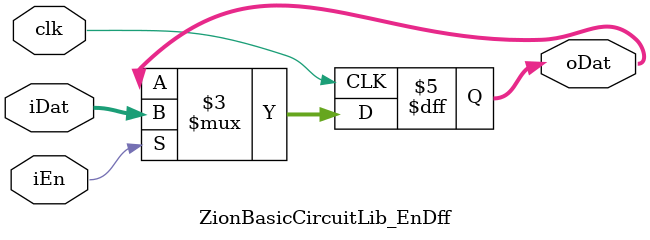
<source format=sv>
`ifndef Disable_ZionBasicCircuitLib_EnDff
`ifdef ZionBasicCircuitLib_EnDff
  `__DefErr__(ZionBasicCircuitLib_EnDff)
`else
  `define ZionBasicCircuitLib_EnDff(UnitName,clk_MT,iEn_MT,iDat_MT,oDat_MT) \
ZionBasicCircuitLib_EnDff #(.WIDTH_IN($bits(iDat_MT)),                        \
                              .WIDTH_OUT($bits(oDat_MT)))                     \
                            UnitName(                                         \
                              .clk(clk_MT),                                   \
                              .iEn(iEn_MT),                                   \
                              .iDat(iDat_MT),                                 \
                              .oDat(oDat_MT)                                  \
                            )
`endif

module ZionBasicCircuitLib_EnDff
#(WIDTH_IN  = "_", //$bits(iDat)// width of input data
  WIDTH_OUT = "_"  //$bits(oDat)// width of output data
)(
  input                        clk,
  input                        iEn,  // active high
  input        [WIDTH_IN -1:0] iDat,
  output logic [WIDTH_OUT-1:0] oDat
);

  always_ff@(posedge clk)
    if(iEn)
      oDat <= iDat;

  // parameter check
  initial begin
    if(WIDTH_IN != WIDTH_OUT) begin
      $error("Parameter Error: Dff IO width mismatch!!");
      `ifdef CHECK_ERR_EXIT
        $finish;
      `endif
    end
  end

endmodule: ZionBasicCircuitLib_EnDff
`endif




</source>
